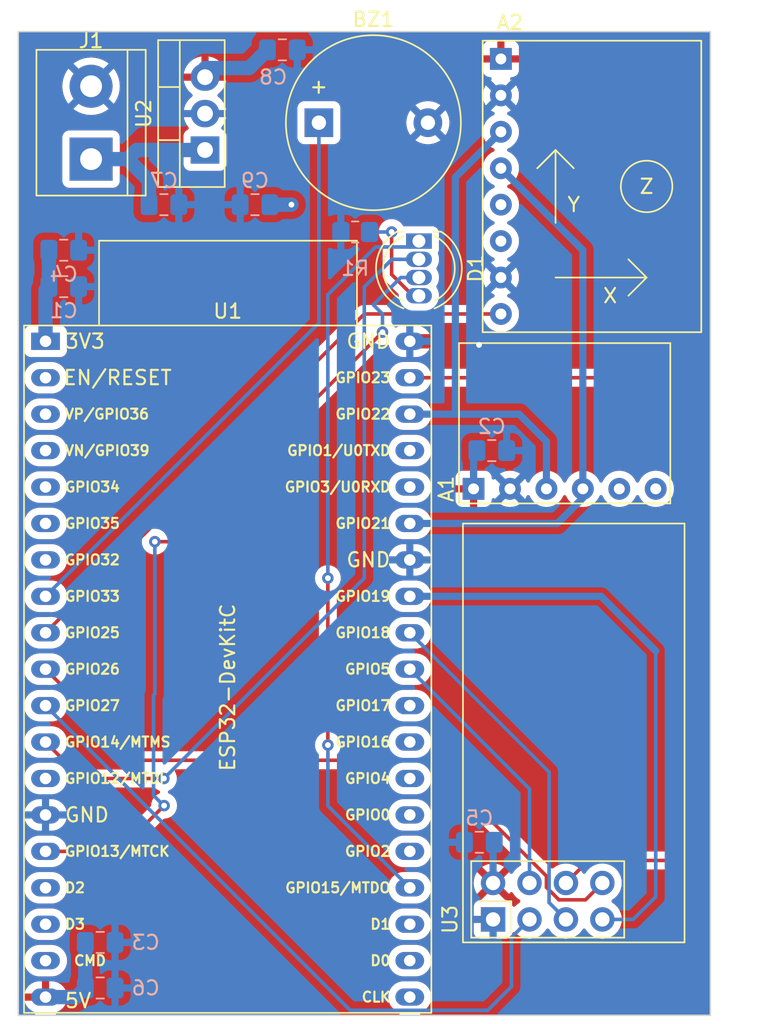
<source format=kicad_pcb>
(kicad_pcb (version 20221018) (generator pcbnew)
  (layers (0 "F.Cu" signal) (31 "B.Cu" signal) (34 "B.Paste" user) (35 "F.Paste" user) (36 "B.SilkS" user "B.Silkscreen") (37 "F.SilkS" user "F.Silkscreen") (38 "B.Mask" user) (39 "F.Mask" user) (44 "Edge.Cuts" user))
  (net 0 "")
  (net 1 "buzzer")
  (net 2 "GND")
  (net 3 "+3V3")
  (net 4 "+5V")
  (net 5 "+BATT")
  (net 6 "blueled")
  (net 7 "greenled")
  (net 8 "redled")
  (net 9 "Net-(D1-K)")
  (net 28 "SDA")
  (net 31 "SCL")
  (net 36 "INTMPU")
  (net 37 "INTNRF")
  (net 38 "CE")
  (net 39 "CS")
  (net 40 "SCK")
  (net 41 "MISO")
  (net 42 "MOSI")
  (footprint "Charleslabs_Parts:MPU6050_Module" (layer "F.Cu") (at 60.325 21.59)
    (fp_text reference "A2" (at 0.635 -2.54) (layer "F.SilkS"))
    (fp_text value "MPU6050_Module")
    (fp_text user "Z" (at 10.16 8.89) (layer "F.SilkS"))
    (fp_text user "Y" (at 5.08 10.16) (layer "F.SilkS"))
    (fp_text user "X" (at 7.62 16.51) (layer "F.SilkS"))
    (fp_line (start -1.27 -1.27) (end 13.97 -1.27) (stroke (width 0.12)) (layer "F.SilkS"))
    (fp_line (start -1.27 19.05) (end -1.27 -1.27) (stroke (width 0.12)) (layer "F.SilkS"))
    (fp_line (start 2.54 7.62) (end 3.81 6.35) (stroke (width 0.12)) (layer "F.SilkS"))
    (fp_line (start 3.81 6.35) (end 2.54 7.62) (stroke (width 0.12)) (layer "F.SilkS"))
    (fp_line (start 3.81 6.35) (end 5.08 7.62) (stroke (width 0.12)) (layer "F.SilkS"))
    (fp_line (start 3.81 11.43) (end 3.81 6.35) (stroke (width 0.12)) (layer "F.SilkS"))
    (fp_line (start 3.81 15.24) (end 10.16 15.24) (stroke (width 0.12)) (layer "F.SilkS"))
    (fp_line (start 10.16 15.24) (end 8.89 13.97) (stroke (width 0.12)) (layer "F.SilkS"))
    (fp_line (start 10.16 15.24) (end 8.89 16.51) (stroke (width 0.12)) (layer "F.SilkS"))
    (fp_line (start 13.97 -1.27) (end 13.97 19.05) (stroke (width 0.12)) (layer "F.SilkS"))
    (fp_line (start 13.97 19.05) (end -1.27 19.05) (stroke (width 0.12)) (layer "F.SilkS"))
    (fp_circle (center 10.16 8.89) (end 8.89 7.62) (stroke (width 0.12)) (fill none) (layer "F.SilkS"))
    (pad "1" thru_hole rect (at 0 0) (size 1.524 1.524) (drill 0.762) (layers "*.Cu" "*.Mask") (net 4 "+5V"))
    (pad "2" thru_hole circle (at 0 2.54) (size 1.524 1.524) (drill 0.762) (layers "*.Cu" "*.Mask") (net 2 "GND"))
    (pad "3" thru_hole circle (at 0 5.08) (size 1.524 1.524) (drill 0.762) (layers "*.Cu" "*.Mask") (net 31 "SCL"))
    (pad "4" thru_hole circle (at 0 7.62) (size 1.524 1.524) (drill 0.762) (layers "*.Cu" "*.Mask") (net 28 "SDA"))
    (pad "5" thru_hole circle (at 0 10.16) (size 1.524 1.524) (drill 0.762) (layers "*.Cu" "*.Mask"))
    (pad "6" thru_hole circle (at 0 12.7) (size 1.524 1.524) (drill 0.762) (layers "*.Cu" "*.Mask"))
    (pad "7" thru_hole circle (at 0 15.24) (size 1.524 1.524) (drill 0.762) (layers "*.Cu" "*.Mask") (net 2 "GND"))
    (pad "8" thru_hole circle (at 0 17.78) (size 1.524 1.524) (drill 0.762) (layers "*.Cu" "*.Mask") (net 36 "INTMPU"))
  )
  (footprint "Buzzer_Beeper:Buzzer_12x9.5RM7.6" (layer "F.Cu") (at 47.635 26.035)
    (fp_text reference "BZ1" (at 3.8 -7.2) (layer "F.SilkS"))
    (fp_text value "Buzzer")
    (fp_text user "+" (at -0.01 -2.54) (layer "F.SilkS"))
    (fp_circle (center 3.8 0) (end 9.9 0) (stroke (width 0.12)) (fill none) (layer "F.SilkS"))
    (pad "1" thru_hole rect (at 0 0) (size 2 2) (drill 1) (layers "*.Cu" "*.Mask") (net 1 "buzzer"))
    (pad "2" thru_hole circle (at 7.6 0) (size 2 2) (drill 1) (layers "*.Cu" "*.Mask") (net 2 "GND"))
  )
  (footprint "RF_Module:nRF24L01_Breakout" (layer "F.Cu") (at 59.78 81.58 90)
    (fp_text reference "U3" (at 0 -3 90) (layer "F.SilkS"))
    (fp_text value "NRF24L01_Breakout")
    (fp_line (start -1.6 -2.1) (end -1.6 -2.1) (stroke (width 0.12)) (layer "F.SilkS"))
    (fp_line (start -1.6 -2.1) (end 27.6 -2.1) (stroke (width 0.12)) (layer "F.SilkS"))
    (fp_line (start -1.6 13.35) (end -1.6 -2.1) (stroke (width 0.12)) (layer "F.SilkS"))
    (fp_line (start -1.27 -1.524) (end -1.27 -1.524) (stroke (width 0.12)) (layer "F.SilkS"))
    (fp_line (start -1.27 -1.524) (end 4.064 -1.524) (stroke (width 0.12)) (layer "F.SilkS"))
    (fp_line (start -1.27 9.144) (end -1.27 -1.524) (stroke (width 0.12)) (layer "F.SilkS"))
    (fp_line (start -1.27 9.144) (end -1.27 9.144) (stroke (width 0.12)) (layer "F.SilkS"))
    (fp_line (start -1.016 1.27) (end -1.016 1.27) (stroke (width 0.12)) (layer "F.SilkS"))
    (fp_line (start 1.27 -1.016) (end 1.27 1.27) (stroke (width 0.12)) (layer "F.SilkS"))
    (fp_line (start 1.27 1.27) (end -1.016 1.27) (stroke (width 0.12)) (layer "F.SilkS"))
    (fp_line (start 4.064 -1.524) (end 4.064 9.144) (stroke (width 0.12)) (layer "F.SilkS"))
    (fp_line (start 4.064 9.144) (end -1.27 9.144) (stroke (width 0.12)) (layer "F.SilkS"))
    (fp_line (start 27.6 -2.1) (end 27.6 13.35) (stroke (width 0.12)) (layer "F.SilkS"))
    (fp_line (start 27.6 13.35) (end -1.6 13.35) (stroke (width 0.12)) (layer "F.SilkS"))
    (pad "1" thru_hole rect (at 0 0 90) (size 1.7 1.7) (drill 1) (layers "*.Cu" "*.Mask") (net 2 "GND"))
    (pad "2" thru_hole circle (at 2.54 0 90) (size 1.7 1.7) (drill 1) (layers "*.Cu" "*.Mask") (net 4 "+5V"))
    (pad "3" thru_hole circle (at 0 2.54 90) (size 1.7 1.7) (drill 1) (layers "*.Cu" "*.Mask") (net 38 "CE"))
    (pad "4" thru_hole circle (at 2.54 2.54 90) (size 1.7 1.7) (drill 1) (layers "*.Cu" "*.Mask") (net 39 "CS"))
    (pad "5" thru_hole circle (at 0 5.08 90) (size 1.7 1.7) (drill 1) (layers "*.Cu" "*.Mask") (net 40 "SCK"))
    (pad "6" thru_hole circle (at 2.54 5.08 90) (size 1.7 1.7) (drill 1) (layers "*.Cu" "*.Mask") (net 42 "MOSI"))
    (pad "7" thru_hole circle (at 0 7.62 90) (size 1.7 1.7) (drill 1) (layers "*.Cu" "*.Mask") (net 41 "MISO"))
    (pad "8" thru_hole circle (at 2.54 7.62 90) (size 1.7 1.7) (drill 1) (layers "*.Cu" "*.Mask") (net 37 "INTNRF"))
  )
  (footprint "LED_THT:LED_D5.0mm-4_RGB" (layer "F.Cu") (at 54.61 34.29 -90)
    (fp_text reference "D1" (at 1.905 -3.96 90) (layer "F.SilkS"))
    (fp_text value "LED_BGRK")
    (fp_line (start -0.655 -1.545) (end -0.655 -1.08) (stroke (width 0.12)) (layer "F.SilkS"))
    (fp_line (start -0.655 1.08) (end -0.655 1.545) (stroke (width 0.12)) (layer "F.SilkS"))
    (fp_arc (start -0.655 -1.54483) (mid 2.163456 -2.978809) (end 4.692815 -1.080827) (stroke (width 0.12)) (layer "F.SilkS"))
    (fp_arc (start -0.349684 -1.08) (mid 1.904762 -2.5) (end 4.159479 -1.080429) (stroke (width 0.12)) (layer "F.SilkS"))
    (fp_arc (start 4.159479 1.080429) (mid 1.904762 2.5) (end -0.349684 1.08) (stroke (width 0.12)) (layer "F.SilkS"))
    (fp_arc (start 4.692815 1.080827) (mid 2.163456 2.978808) (end -0.655 1.54483) (stroke (width 0.12)) (layer "F.SilkS"))
    (pad "1" thru_hole rect (at 0 0 270) (size 1.07 1.8) (drill 0.9) (layers "*.Cu" "*.Mask") (net 6 "blueled"))
    (pad "2" thru_hole oval (at 1.27 0 270) (size 1.07 1.8) (drill 0.9) (layers "*.Cu" "*.Mask") (net 7 "greenled"))
    (pad "3" thru_hole oval (at 2.54 0 270) (size 1.07 1.8) (drill 0.9) (layers "*.Cu" "*.Mask") (net 8 "redled"))
    (pad "4" thru_hole oval (at 3.81 0 270) (size 1.07 1.8) (drill 0.9) (layers "*.Cu" "*.Mask") (net 9 "Net-(D1-K)"))
  )
  (footprint "TerminalBlock:TerminalBlock_bornier-2_P5.08mm" (layer "F.Cu") (at 31.75 28.575 90)
    (fp_text reference "J1" (at 8.255 0 180) (layer "F.SilkS"))
    (fp_text value "Screw_Terminal_01x02")
    (fp_line (start -2.54 -3.81) (end -2.54 3.81) (stroke (width 0.12)) (layer "F.SilkS"))
    (fp_line (start -2.54 3.81) (end 7.62 3.81) (stroke (width 0.12)) (layer "F.SilkS"))
    (fp_line (start 7.62 -3.81) (end -2.54 -3.81) (stroke (width 0.12)) (layer "F.SilkS"))
    (fp_line (start 7.62 2.54) (end -2.54 2.54) (stroke (width 0.12)) (layer "F.SilkS"))
    (fp_line (start 7.62 3.81) (end 7.62 -3.81) (stroke (width 0.12)) (layer "F.SilkS"))
    (pad "1" thru_hole rect (at 0 0 90) (size 3 3) (drill 1.52) (layers "*.Cu" "*.Mask") (net 5 "+BATT"))
    (pad "2" thru_hole circle (at 5.08 0 90) (size 3 3) (drill 1.52) (layers "*.Cu" "*.Mask") (net 2 "GND"))
  )
  (footprint "Charleslabs_Parts:BMP280_Module" (layer "F.Cu") (at 58.42 51.562 90)
    (fp_text reference "A1" (at 0 -1.905 90) (layer "F.SilkS"))
    (fp_text value "BMP280_Module")
    (fp_line (start -1.016 -1.016) (end 10.16 -1.016) (stroke (width 0.12)) (layer "F.SilkS"))
    (fp_line (start -1.016 13.716) (end -1.016 -1.016) (stroke (width 0.12)) (layer "F.SilkS"))
    (fp_line (start 10.16 -1.016) (end 10.16 13.716) (stroke (width 0.12)) (layer "F.SilkS"))
    (fp_line (start 10.16 13.716) (end -1.016 13.716) (stroke (width 0.12)) (layer "F.SilkS"))
    (pad "1" thru_hole rect (at 0 0 90) (size 1.524 1.524) (drill 0.762) (layers "*.Cu" "*.Mask") (net 4 "+5V"))
    (pad "2" thru_hole circle (at 0 2.54 90) (size 1.524 1.524) (drill 0.762) (layers "*.Cu" "*.Mask") (net 2 "GND"))
    (pad "3" thru_hole circle (at 0 5.08 90) (size 1.524 1.524) (drill 0.762) (layers "*.Cu" "*.Mask") (net 31 "SCL"))
    (pad "4" thru_hole circle (at 0 7.62 90) (size 1.524 1.524) (drill 0.762) (layers "*.Cu" "*.Mask") (net 28 "SDA"))
    (pad "5" thru_hole circle (at 0 10.16 90) (size 1.524 1.524) (drill 0.762) (layers "*.Cu" "*.Mask"))
    (pad "6" thru_hole circle (at 0 12.7 90) (size 1.524 1.524) (drill 0.762) (layers "*.Cu" "*.Mask"))
  )
  (footprint "Espressif:ESP32-DevKitC" (layer "F.Cu") (at 28.575 41.275)
    (fp_text reference "U1" (at 12.7 -2.1) (layer "F.SilkS"))
    (fp_text value "ESP32-DevKitC" (at 12.7 24.13 90) (layer "F.SilkS"))
    (fp_text user "GPIO34" (at 1.27 10.16 unlocked) (layer "F.SilkS") (effects (font (size 0.7 0.7)) (justify left)))
    (fp_text user "D1" (at 24.13 40.64 unlocked) (layer "F.SilkS") (effects (font (size 0.7 0.7)) (justify right)))
    (fp_text user "GPIO33" (at 1.27 17.78 unlocked) (layer "F.SilkS") (effects (font (size 0.7 0.7)) (justify left)))
    (fp_text user "GND" (at 1.27 33.02 unlocked) (layer "F.SilkS") (effects (justify left)))
    (fp_text user "GPIO32" (at 1.27 15.24 unlocked) (layer "F.SilkS") (effects (font (size 0.7 0.7)) (justify left)))
    (fp_text user "CLK" (at 24.13 45.72 unlocked) (layer "F.SilkS") (effects (font (size 0.7 0.7)) (justify right)))
    (fp_text user "GPIO0" (at 24.13 33.02 unlocked) (layer "F.SilkS") (effects (font (size 0.7 0.7)) (justify right)))
    (fp_text user "GPIO5" (at 24.13 22.86 unlocked) (layer "F.SilkS") (effects (font (size 0.7 0.7)) (justify right)))
    (fp_text user "VN/GPIO39" (at 1.27 7.62 unlocked) (layer "F.SilkS") (effects (font (size 0.7 0.7)) (justify left)))
    (fp_text user "GPIO15/MTDO" (at 24.13 38.1 unlocked) (layer "F.SilkS") (effects (font (size 0.7 0.7)) (justify right)))
    (fp_text user "D3" (at 1.27 40.64 unlocked) (layer "F.SilkS") (effects (font (size 0.7 0.7)) (justify left)))
    (fp_text user "GPIO16" (at 24.13 27.94 unlocked) (layer "F.SilkS") (effects (font (size 0.7 0.7)) (justify right)))
    (fp_text user "GPIO27" (at 1.27 25.4 unlocked) (layer "F.SilkS") (effects (font (size 0.7 0.7)) (justify left)))
    (fp_text user "GPIO18" (at 24.13 20.32 unlocked) (layer "F.SilkS") (effects (font (size 0.7 0.7)) (justify right)))
    (fp_text user "D2" (at 1.27 38.1 unlocked) (layer "F.SilkS") (effects (font (size 0.7 0.7)) (justify left)))
    (fp_text user "GND" (at 24.13 15.24 unlocked) (layer "F.SilkS") (effects (justify right)))
    (fp_text user "GPIO25" (at 1.27 20.32 unlocked) (layer "F.SilkS") (effects (font (size 0.7 0.7)) (justify left)))
    (fp_text user "GND" (at 24.13 0 unlocked) (layer "F.SilkS") (effects (justify right)))
    (fp_text user "GPIO2" (at 24.13 35.56 unlocked) (layer "F.SilkS") (effects (font (size 0.7 0.7)) (justify right)))
    (fp_text user "EN/RESET" (at 8.88632 2.53728 unlocked) (layer "F.SilkS") (effects (justify right)))
    (fp_text user "GPIO22" (at 24.13 5.08 unlocked) (layer "F.SilkS") (effects (font (size 0.7 0.7)) (justify right)))
    (fp_text user "GPIO19" (at 24.13 17.78 unlocked) (layer "F.SilkS") (effects (font (size 0.7 0.7)) (justify right)))
    (fp_text user "GPIO12/MTDI" (at 1.27 30.48 unlocked) (layer "F.SilkS") (effects (font (size 0.7 0.7)) (justify left)))
    (fp_text user "5V" (at 1.26632 45.97128 unlocked) (layer "F.SilkS") (effects (justify left)))
    (fp_text user "GPIO17" (at 24.13 25.4 unlocked) (layer "F.SilkS") (effects (font (size 0.7 0.7)) (justify right)))
    (fp_text user "GPIO23" (at 24.13 2.54 unlocked) (layer "F.SilkS") (effects (font (size 0.7 0.7)) (justify right)))
    (fp_text user "GPIO4" (at 24.13 30.48 unlocked) (layer "F.SilkS") (effects (font (size 0.7 0.7)) (justify right)))
    (fp_text user "3V3" (at 1.27 0 unlocked) (layer "F.SilkS") (effects (justify left)))
    (fp_text user "GPIO35" (at 1.27 12.7 unlocked) (layer "F.SilkS") (effects (font (size 0.7 0.7)) (justify left)))
    (fp_text user "D0" (at 24.13 43.18 unlocked) (layer "F.SilkS") (effects (font (size 0.7 0.7)) (justify right)))
    (fp_text user "GPIO14/MTMS" (at 1.27 27.94 unlocked) (layer "F.SilkS") (effects (font (size 0.7 0.7)) (justify left)))
    (fp_text user "GPIO21" (at 24.13 12.7 unlocked) (layer "F.SilkS") (effects (font (size 0.7 0.7)) (justify right)))
    (fp_text user "GPIO26" (at 1.27 22.86 unlocked) (layer "F.SilkS") (effects (font (size 0.7 0.7)) (justify left)))
    (fp_text user "GPIO3/U0RXD" (at 24.13 10.16 unlocked) (layer "F.SilkS") (effects (font (size 0.7 0.7)) (justify right)))
    (fp_text user "VP/GPIO36" (at 1.27 5.08 unlocked) (layer "F.SilkS") (effects (font (size 0.7 0.7)) (justify left)))
    (fp_text user "GPIO1/U0TXD" (at 24.13 7.62 unlocked) (layer "F.SilkS") (effects (font (size 0.7 0.7)) (justify right)))
    (fp_text user "GPIO13/MTCK" (at 1.27 35.56 unlocked) (layer "F.SilkS") (effects (font (size 0.7 0.7)) (justify left)))
    (fp_text user "CMD" (at 1.905 43.18 unlocked) (layer "F.SilkS") (effects (font (size 0.7 0.7)) (justify left)))
    (fp_line (start -1.5 46.82) (end 26.899999 46.82) (stroke (width 0.12)) (layer "F.SilkS"))
    (fp_line (start -1.499999 -1.1) (end -1.5 46.82) (stroke (width 0.12)) (layer "F.SilkS"))
    (fp_line (start 3.73012 -7.01312) (end 21.71332 -7.01312) (stroke (width 0.12)) (layer "F.SilkS"))
    (fp_line (start 3.73012 -1.12032) (end 3.73012 -7.01312) (stroke (width 0.12)) (layer "F.SilkS"))
    (fp_line (start 21.71332 -7.01312) (end 21.71332 -1.12032) (stroke (width 0.12)) (layer "F.SilkS"))
    (fp_line (start 26.899999 46.82) (end 26.9 -1.1) (stroke (width 0.12)) (layer "F.SilkS"))
    (fp_line (start 26.9 -1.1) (end -1.499999 -1.1) (stroke (width 0.12)) (layer "F.SilkS"))
    (pad "1" thru_hole rect (at 0 0 270) (size 1.2 2) (drill 0.8) (layers "*.Cu" "*.Mask") (net 3 "+3V3"))
    (pad "2" thru_hole oval (at 0 2.54 270) (size 1.2 2) (drill 0.8) (layers "*.Cu" "*.Mask"))
    (pad "3" thru_hole oval (at 0 5.08 270) (size 1.2 2) (drill 0.8) (layers "*.Cu" "*.Mask"))
    (pad "4" thru_hole oval (at 0 7.62 270) (size 1.2 2) (drill 0.8) (layers "*.Cu" "*.Mask"))
    (pad "5" thru_hole oval (at 0 10.16 270) (size 1.2 2) (drill 0.8) (layers "*.Cu" "*.Mask"))
    (pad "6" thru_hole oval (at 0 12.7 270) (size 1.2 2) (drill 0.8) (layers "*.Cu" "*.Mask"))
    (pad "7" thru_hole oval (at 0 15.24 270) (size 1.2 2) (drill 0.8) (layers "*.Cu" "*.Mask"))
    (pad "8" thru_hole oval (at 0 17.78 270) (size 1.2 2) (drill 0.8) (layers "*.Cu" "*.Mask") (net 1 "buzzer"))
    (pad "9" thru_hole oval (at 0 20.32 270) (size 1.2 2) (drill 0.8) (layers "*.Cu" "*.Mask") (net 36 "INTMPU"))
    (pad "10" thru_hole oval (at 0 22.86 270) (size 1.2 2) (drill 0.8) (layers "*.Cu" "*.Mask") (net 37 "INTNRF"))
    (pad "11" thru_hole oval (at 0 25.4 270) (size 1.2 2) (drill 0.8) (layers "*.Cu" "*.Mask") (net 38 "CE"))
    (pad "12" thru_hole oval (at 0 27.94 270) (size 1.2 2) (drill 0.8) (layers "*.Cu" "*.Mask") (net 7 "greenled"))
    (pad "13" thru_hole oval (at 0 30.48 270) (size 1.2 2) (drill 0.8) (layers "*.Cu" "*.Mask"))
    (pad "14" thru_hole oval (at 0 33.02 270) (size 1.2 2) (drill 0.8) (layers "*.Cu" "*.Mask") (net 2 "GND"))
    (pad "15" thru_hole oval (at 0 35.56 270) (size 1.2 2) (drill 0.8) (layers "*.Cu" "*.Mask") (net 8 "redled"))
    (pad "16" thru_hole oval (at 0 38.1 270) (size 1.2 2) (drill 0.8) (layers "*.Cu" "*.Mask"))
    (pad "17" thru_hole oval (at 0 40.64 270) (size 1.2 2) (drill 0.8) (layers "*.Cu" "*.Mask"))
    (pad "18" thru_hole oval (at 0 43.18 270) (size 1.2 2) (drill 0.8) (layers "*.Cu" "*.Mask"))
    (pad "19" thru_hole oval (at 0 45.72 270) (size 1.2 2) (drill 0.8) (layers "*.Cu" "*.Mask") (net 4 "+5V"))
    (pad "20" thru_hole oval (at 25.39632 45.71728 270) (size 1.2 2) (drill 0.8) (layers "*.Cu" "*.Mask"))
    (pad "21" thru_hole oval (at 25.39632 43.17728 270) (size 1.2 2) (drill 0.8) (layers "*.Cu" "*.Mask"))
    (pad "22" thru_hole oval (at 25.4 40.64 270) (size 1.2 2) (drill 0.8) (layers "*.Cu" "*.Mask"))
    (pad "23" thru_hole oval (at 25.4 38.1 270) (size 1.2 2) (drill 0.8) (layers "*.Cu" "*.Mask") (net 6 "blueled"))
    (pad "24" thru_hole oval (at 25.4 35.56 270) (size 1.2 2) (drill 0.8) (layers "*.Cu" "*.Mask"))
    (pad "25" thru_hole oval (at 25.4 33.02 270) (size 1.2 2) (drill 0.8) (layers "*.Cu" "*.Mask"))
    (pad "26" thru_hole oval (at 25.4 30.48 270) (size 1.2 2) (drill 0.8) (layers "*.Cu" "*.Mask"))
    (pad "27" thru_hole oval (at 25.4 27.94 270) (size 1.2 2) (drill 0.8) (layers "*.Cu" "*.Mask"))
    (pad "28" thru_hole oval (at 25.4 25.4 270) (size 1.2 2) (drill 0.8) (layers "*.Cu" "*.Mask"))
    (pad "29" thru_hole oval (at 25.4 22.86 270) (size 1.2 2) (drill 0.8) (layers "*.Cu" "*.Mask") (net 39 "CS"))
    (pad "30" thru_hole oval (at 25.4 20.32 270) (size 1.2 2) (drill 0.8) (layers "*.Cu" "*.Mask") (net 40 "SCK"))
    (pad "31" thru_hole oval (at 25.4 17.78 270) (size 1.2 2) (drill 0.8) (layers "*.Cu" "*.Mask") (net 41 "MISO"))
    (pad "32" thru_hole oval (at 25.4 15.24 270) (size 1.2 2) (drill 0.8) (layers "*.Cu" "*.Mask") (net 2 "GND"))
    (pad "33" thru_hole oval (at 25.4 12.7 270) (size 1.2 2) (drill 0.8) (layers "*.Cu" "*.Mask") (net 28 "SDA"))
    (pad "34" thru_hole oval (at 25.4 10.16 270) (size 1.2 2) (drill 0.8) (layers "*.Cu" "*.Mask"))
    (pad "35" thru_hole oval (at 25.4 7.62 270) (size 1.2 2) (drill 0.8) (layers "*.Cu" "*.Mask"))
    (pad "36" thru_hole oval (at 25.4 5.08 270) (size 1.2 2) (drill 0.8) (layers "*.Cu" "*.Mask") (net 31 "SCL"))
    (pad "37" thru_hole oval (at 25.4 2.54 270) (size 1.2 2) (drill 0.8) (layers "*.Cu" "*.Mask") (net 42 "MOSI"))
    (pad "38" thru_hole oval (at 25.4 0 270) (size 1.2 2) (drill 0.8) (layers "*.Cu" "*.Mask") (net 2 "GND"))
  )
  (footprint "Package_TO_SOT_THT:TO-220-3_Vertical" (layer "F.Cu") (at 39.695 27.94 90)
    (fp_text reference "U2" (at 2.54 -4.27 -270) (layer "F.SilkS"))
    (fp_text value "LM7805_TO220")
    (fp_line (start -2.58 -3.27) (end -2.58 1.371) (stroke (width 0.12)) (layer "F.SilkS"))
    (fp_line (start -2.58 -3.27) (end 7.66 -3.27) (stroke (width 0.12)) (layer "F.SilkS"))
    (fp_line (start -2.58 -1.76) (end 7.66 -1.76) (stroke (width 0.12)) (layer "F.SilkS"))
    (fp_line (start -2.58 1.371) (end 7.66 1.371) (stroke (width 0.12)) (layer "F.SilkS"))
    (fp_line (start 0.69 -3.27) (end 0.69 -1.76) (stroke (width 0.12)) (layer "F.SilkS"))
    (fp_line (start 4.391 -3.27) (end 4.391 -1.76) (stroke (width 0.12)) (layer "F.SilkS"))
    (fp_line (start 7.66 -3.27) (end 7.66 1.371) (stroke (width 0.12)) (layer "F.SilkS"))
    (pad "1" thru_hole rect (at 0 0 90) (size 1.905 2) (drill 1.1) (layers "*.Cu" "*.Mask") (net 5 "+BATT"))
    (pad "2" thru_hole oval (at 2.54 0 90) (size 1.905 2) (drill 1.1) (layers "*.Cu" "*.Mask") (net 2 "GND"))
    (pad "3" thru_hole oval (at 5.08 0 90) (size 1.905 2) (drill 1.1) (layers "*.Cu" "*.Mask") (net 4 "+5V"))
  )
  (footprint "Capacitor_SMD:C_0805_2012Metric_Pad1.18x1.45mm_HandSolder" (layer "B.Cu") (at 58.8225 76.2 180)
    (fp_text reference "C5" (at 0 1.68) (layer "B.SilkS") (effects (justify mirror)))
    (fp_text value "1uf")
    (fp_line (start -0.261252 -0.735) (end 0.261252 -0.735) (stroke (width 0.12)) (layer "B.SilkS"))
    (fp_line (start -0.261252 0.735) (end 0.261252 0.735) (stroke (width 0.12)) (layer "B.SilkS"))
    (pad "1" smd roundrect (at -1.0375 0 180) (size 1.175 1.45) (layers "B.Cu" "B.Paste" "B.Mask") (roundrect_rratio 0.212766) (net 4 "+5V"))
    (pad "2" smd roundrect (at 1.0375 0 180) (size 1.175 1.45) (layers "B.Cu" "B.Paste" "B.Mask") (roundrect_rratio 0.212766) (net 2 "GND"))
  )
  (footprint "Capacitor_SMD:C_0805_2012Metric_Pad1.18x1.45mm_HandSolder" (layer "B.Cu") (at 29.845 37.465)
    (fp_text reference "C1" (at 0 1.68) (layer "B.SilkS") (effects (justify mirror)))
    (fp_text value "1uf")
    (fp_line (start -0.261252 -0.735) (end 0.261252 -0.735) (stroke (width 0.12)) (layer "B.SilkS"))
    (fp_line (start -0.261252 0.735) (end 0.261252 0.735) (stroke (width 0.12)) (layer "B.SilkS"))
    (pad "1" smd roundrect (at -1.0375 0) (size 1.175 1.45) (layers "B.Cu" "B.Paste" "B.Mask") (roundrect_rratio 0.212766) (net 3 "+3V3"))
    (pad "2" smd roundrect (at 1.0375 0) (size 1.175 1.45) (layers "B.Cu" "B.Paste" "B.Mask") (roundrect_rratio 0.212766) (net 2 "GND"))
  )
  (footprint "Capacitor_SMD:C_0805_2012Metric_Pad1.18x1.45mm_HandSolder" (layer "B.Cu") (at 29.845 34.925)
    (fp_text reference "C4" (at 0 1.68) (layer "B.SilkS") (effects (justify mirror)))
    (fp_text value "1uf")
    (fp_line (start -0.261252 -0.735) (end 0.261252 -0.735) (stroke (width 0.12)) (layer "B.SilkS"))
    (fp_line (start -0.261252 0.735) (end 0.261252 0.735) (stroke (width 0.12)) (layer "B.SilkS"))
    (pad "1" smd roundrect (at -1.0375 0) (size 1.175 1.45) (layers "B.Cu" "B.Paste" "B.Mask") (roundrect_rratio 0.212766) (net 3 "+3V3"))
    (pad "2" smd roundrect (at 1.0375 0) (size 1.175 1.45) (layers "B.Cu" "B.Paste" "B.Mask") (roundrect_rratio 0.212766) (net 2 "GND"))
  )
  (footprint "Capacitor_SMD:C_0805_2012Metric_Pad1.18x1.45mm_HandSolder" (layer "B.Cu") (at 32.385 86.36)
    (fp_text reference "C6" (at 3.175 0) (layer "B.SilkS") (effects (justify mirror)))
    (fp_text value "1uf")
    (fp_line (start -0.261252 -0.735) (end 0.261252 -0.735) (stroke (width 0.12)) (layer "B.SilkS"))
    (fp_line (start -0.261252 0.735) (end 0.261252 0.735) (stroke (width 0.12)) (layer "B.SilkS"))
    (pad "1" smd roundrect (at -1.0375 0) (size 1.175 1.45) (layers "B.Cu" "B.Paste" "B.Mask") (roundrect_rratio 0.212766) (net 4 "+5V"))
    (pad "2" smd roundrect (at 1.0375 0) (size 1.175 1.45) (layers "B.Cu" "B.Paste" "B.Mask") (roundrect_rratio 0.212766) (net 2 "GND"))
  )
  (footprint "Capacitor_SMD:C_0805_2012Metric_Pad1.18x1.45mm_HandSolder" (layer "B.Cu") (at 59.69 48.895 180)
    (fp_text reference "C2" (at 0 1.68) (layer "B.SilkS") (effects (justify mirror)))
    (fp_text value "1uf")
    (fp_line (start -0.261252 -0.735) (end 0.261252 -0.735) (stroke (width 0.12)) (layer "B.SilkS"))
    (fp_line (start -0.261252 0.735) (end 0.261252 0.735) (stroke (width 0.12)) (layer "B.SilkS"))
    (pad "1" smd roundrect (at -1.0375 0 180) (size 1.175 1.45) (layers "B.Cu" "B.Paste" "B.Mask") (roundrect_rratio 0.212766) (net 2 "GND"))
    (pad "2" smd roundrect (at 1.0375 0 180) (size 1.175 1.45) (layers "B.Cu" "B.Paste" "B.Mask") (roundrect_rratio 0.212766) (net 4 "+5V"))
  )
  (footprint "Capacitor_SMD:C_0805_2012Metric_Pad1.18x1.45mm_HandSolder" (layer "B.Cu") (at 45.085 20.955 180)
    (fp_text reference "C8" (at 0.635 -1.905) (layer "B.SilkS") (effects (justify mirror)))
    (fp_text value "0.1uf")
    (fp_line (start -0.261252 -0.735) (end 0.261252 -0.735) (stroke (width 0.12)) (layer "B.SilkS"))
    (fp_line (start -0.261252 0.735) (end 0.261252 0.735) (stroke (width 0.12)) (layer "B.SilkS"))
    (pad "1" smd roundrect (at -1.0375 0 180) (size 1.175 1.45) (layers "B.Cu" "B.Paste" "B.Mask") (roundrect_rratio 0.212766) (net 2 "GND"))
    (pad "2" smd roundrect (at 1.0375 0 180) (size 1.175 1.45) (layers "B.Cu" "B.Paste" "B.Mask") (roundrect_rratio 0.212766) (net 4 "+5V"))
  )
  (footprint "Capacitor_SMD:C_0805_2012Metric_Pad1.18x1.45mm_HandSolder" (layer "B.Cu") (at 43.18 31.75 180)
    (fp_text reference "C9" (at 0 1.68) (layer "B.SilkS") (effects (justify mirror)))
    (fp_text value "1uf")
    (fp_line (start -0.261252 -0.735) (end 0.261252 -0.735) (stroke (width 0.12)) (layer "B.SilkS"))
    (fp_line (start -0.261252 0.735) (end 0.261252 0.735) (stroke (width 0.12)) (layer "B.SilkS"))
    (pad "1" smd roundrect (at -1.0375 0 180) (size 1.175 1.45) (layers "B.Cu" "B.Paste" "B.Mask") (roundrect_rratio 0.212766) (net 4 "+5V"))
    (pad "2" smd roundrect (at 1.0375 0 180) (size 1.175 1.45) (layers "B.Cu" "B.Paste" "B.Mask") (roundrect_rratio 0.212766) (net 2 "GND"))
  )
  (footprint "Resistor_SMD:R_0805_2012Metric_Pad1.20x1.40mm_HandSolder" (layer "B.Cu") (at 50.165 33.655)
    (fp_text reference "R1" (at 0 2.54) (layer "B.SilkS") (effects (justify mirror)))
    (fp_text value "R1k")
    (fp_line (start -0.227064 -0.735) (end 0.227064 -0.735) (stroke (width 0.12)) (layer "B.SilkS"))
    (fp_line (start -0.227064 0.735) (end 0.227064 0.735) (stroke (width 0.12)) (layer "B.SilkS"))
    (pad "1" smd roundrect (at -1 0) (size 1.2 1.4) (layers "B.Cu" "B.Paste" "B.Mask") (roundrect_rratio 0.208333) (net 2 "GND"))
    (pad "2" smd roundrect (at 1 0) (size 1.2 1.4) (layers "B.Cu" "B.Paste" "B.Mask") (roundrect_rratio 0.208333) (net 9 "Net-(D1-K)"))
  )
  (footprint "Capacitor_SMD:C_0805_2012Metric_Pad1.18x1.45mm_HandSolder" (layer "B.Cu") (at 32.385 83.185 180)
    (fp_text reference "C3" (at -3.175 0) (layer "B.SilkS") (effects (justify mirror)))
    (fp_text value "1uf")
    (fp_line (start -0.261252 -0.735) (end 0.261252 -0.735) (stroke (width 0.12)) (layer "B.SilkS"))
    (fp_line (start -0.261252 0.735) (end 0.261252 0.735) (stroke (width 0.12)) (layer "B.SilkS"))
    (pad "1" smd roundrect (at -1.0375 0 180) (size 1.175 1.45) (layers "B.Cu" "B.Paste" "B.Mask") (roundrect_rratio 0.212766) (net 2 "GND"))
    (pad "2" smd roundrect (at 1.0375 0 180) (size 1.175 1.45) (layers "B.Cu" "B.Paste" "B.Mask") (roundrect_rratio 0.212766) (net 4 "+5V"))
  )
  (footprint "Capacitor_SMD:C_0805_2012Metric_Pad1.18x1.45mm_HandSolder" (layer "B.Cu") (at 36.83 31.75 180)
    (fp_text reference "C7" (at 0 1.68) (layer "B.SilkS") (effects (justify mirror)))
    (fp_text value "0.33uf")
    (fp_line (start -0.261252 -0.735) (end 0.261252 -0.735) (stroke (width 0.12)) (layer "B.SilkS"))
    (fp_line (start -0.261252 0.735) (end 0.261252 0.735) (stroke (width 0.12)) (layer "B.SilkS"))
    (pad "1" smd roundrect (at -1.0375 0 180) (size 1.175 1.45) (layers "B.Cu" "B.Paste" "B.Mask") (roundrect_rratio 0.212766) (net 2 "GND"))
    (pad "2" smd roundrect (at 1.0375 0 180) (size 1.175 1.45) (layers "B.Cu" "B.Paste" "B.Mask") (roundrect_rratio 0.212766) (net 5 "+BATT"))
  )
  (gr_rect (start 26.67 19.685) (end 74.93 88.265) (stroke (width 0.1)) (fill none) (layer "Edge.Cuts"))
  (segment (start 47.635 26.035) (end 47.635 39.995) (width 0.25) (layer "B.Cu") (net 1))
  (segment (start 47.635 39.995) (end 28.575 59.055) (width 0.25) (layer "B.Cu") (net 1))
  (segment (start 53.975 41.275) (end 58.547 41.275) (width 1) (layer "F.Cu") (net 2))
  (via (at 58.799952 41.527952) (size 0.8) (drill 0.4) (layers "F.Cu" "B.Cu") (net 2))
  (segment (start 28.8075 37.465) (end 28.8075 35.1575) (width 1) (layer "B.Cu") (net 3))
  (segment (start 28.8075 37.465) (end 28.575 37.6975) (width 0.25) (layer "B.Cu") (net 3))
  (segment (start 28.8075 35.1575) (end 28.575 34.925) (width 0.25) (layer "B.Cu") (net 3))
  (segment (start 28.575 37.6975) (end 28.575 41.275) (width 1) (layer "B.Cu") (net 3))
  (via (at 45.72 31.75) (size 0.8) (drill 0.4) (layers "F.Cu" "B.Cu") (net 4))
  (segment (start 59.78 79.04) (end 59.78 76.28) (width 0.5) (layer "B.Cu") (net 4))
  (segment (start 44.2175 31.75) (end 45.72 31.75) (width 1) (layer "B.Cu") (net 4))
  (segment (start 30.7125 86.995) (end 28.575 86.995) (width 1) (layer "B.Cu") (net 4))
  (segment (start 44.0475 20.955) (end 42.7775 22.225) (width 1) (layer "B.Cu") (net 4))
  (segment (start 31.3475 86.36) (end 30.7125 86.995) (width 1) (layer "B.Cu") (net 4))
  (segment (start 58.42 49.1275) (end 58.6525 48.895) (width 0.5) (layer "B.Cu") (net 4))
  (segment (start 42.7775 22.225) (end 39.695 22.225) (width 1) (layer "B.Cu") (net 4))
  (segment (start 58.42 51.562) (end 58.42 49.1275) (width 0.5) (layer "B.Cu") (net 4))
  (segment (start 31.3475 86.36) (end 31.3475 83.185) (width 1) (layer "B.Cu") (net 4))
  (segment (start 59.78 76.28) (end 59.86 76.2) (width 0.5) (layer "B.Cu") (net 4))
  (segment (start 32.385 28.575) (end 34.29 28.575) (width 1) (layer "B.Cu") (net 5))
  (segment (start 35.7925 30.0775) (end 34.29 28.575) (width 1) (layer "B.Cu") (net 5))
  (segment (start 34.925 27.94) (end 39.695 27.94) (width 1) (layer "B.Cu") (net 5))
  (segment (start 35.7925 31.115) (end 35.7925 30.0775) (width 1) (layer "B.Cu") (net 5))
  (segment (start 34.29 28.575) (end 34.925 27.94) (width 1) (layer "B.Cu") (net 5))
  (segment (start 48.26 57.785) (end 48.26 69.419682) (width 0.25) (layer "F.Cu") (net 6))
  (segment (start 48.26 69.419682) (end 48.263598 69.42328) (width 0.25) (layer "F.Cu") (net 6))
  (via (at 48.26 57.785) (size 0.8) (drill 0.4) (layers "F.Cu" "B.Cu") (net 6))
  (via (at 48.263598 69.42328) (size 0.8) (drill 0.4) (layers "F.Cu" "B.Cu") (net 6))
  (segment (start 55.385 34.7) (end 51.586827 34.7) (width 0.25) (layer "B.Cu") (net 6))
  (segment (start 48.263598 69.42328) (end 48.263598 73.663598) (width 0.25) (layer "B.Cu") (net 6))
  (segment (start 54.61 34.29) (end 54.975 34.29) (width 0.25) (layer "B.Cu") (net 6))
  (segment (start 48.263598 73.663598) (end 53.975 79.375) (width 0.25) (layer "B.Cu") (net 6))
  (segment (start 51.586827 34.7) (end 48.26 38.026827) (width 0.25) (layer "B.Cu") (net 6))
  (segment (start 54.975 34.29) (end 55.385 34.7) (width 0.25) (layer "B.Cu") (net 6))
  (segment (start 48.26 38.026827) (end 48.26 57.785) (width 0.25) (layer "B.Cu") (net 6))
  (segment (start 36.83 71.755) (end 31.115 71.755) (width 0.25) (layer "F.Cu") (net 7))
  (segment (start 31.115 71.755) (end 28.575 69.215) (width 0.25) (layer "F.Cu") (net 7))
  (via (at 36.83 71.755) (size 0.8) (drill 0.4) (layers "F.Cu" "B.Cu") (net 7))
  (segment (start 50.8 37.486827) (end 50.8 57.785) (width 0.25) (layer "B.Cu") (net 7))
  (segment (start 50.8 57.785) (end 36.83 71.755) (width 0.25) (layer "B.Cu") (net 7))
  (segment (start 54.61 35.56) (end 52.726827 35.56) (width 0.25) (layer "B.Cu") (net 7))
  (segment (start 52.726827 35.56) (end 50.8 37.486827) (width 0.25) (layer "B.Cu") (net 7))
  (segment (start 33.655 76.835) (end 36.843318 73.646682) (width 0.25) (layer "F.Cu") (net 8))
  (segment (start 52.07 40.64) (end 37.465 55.245) (width 0.25) (layer "F.Cu") (net 8))
  (segment (start 33.655 76.835) (end 28.575 76.835) (width 0.25) (layer "F.Cu") (net 8))
  (segment (start 37.465 55.245) (end 36.195 55.245) (width 0.25) (layer "F.Cu") (net 8))
  (via (at 52.07 40.64) (size 0.8) (drill 0.4) (layers "F.Cu" "B.Cu") (net 8))
  (via (at 36.195 55.245) (size 0.8) (drill 0.4) (layers "F.Cu" "B.Cu") (net 8))
  (via (at 36.843318 73.646682) (size 0.8) (drill 0.4) (layers "F.Cu" "B.Cu") (net 8))
  (segment (start 53.34 36.83) (end 51.435 38.735) (width 0.25) (layer "B.Cu") (net 8))
  (segment (start 36.105 72.935) (end 36.83 73.66) (width 0.25) (layer "B.Cu") (net 8))
  (segment (start 36.195 65.86) (end 36.195 55.245) (width 0.25) (layer "B.Cu") (net 8))
  (segment (start 54.61 36.83) (end 53.34 36.83) (width 0.25) (layer "B.Cu") (net 8))
  (segment (start 36.105 65.95) (end 36.105 72.935) (width 0.25) (layer "B.Cu") (net 8))
  (segment (start 52.07 39.37) (end 52.07 40.64) (width 0.25) (layer "B.Cu") (net 8))
  (segment (start 51.435 38.735) (end 52.07 39.37) (width 0.25) (layer "B.Cu") (net 8))
  (segment (start 36.105 65.95) (end 36.195 65.86) (width 0.25) (layer "B.Cu") (net 8))
  (segment (start 52.705 36.615) (end 54.19 38.1) (width 0.25) (layer "F.Cu") (net 9))
  (segment (start 54.19 38.1) (end 54.61 38.1) (width 0.25) (layer "F.Cu") (net 9))
  (segment (start 52.705 33.655) (end 52.705 36.615) (width 0.25) (layer "F.Cu") (net 9))
  (via (at 52.705 33.655) (size 0.8) (drill 0.4) (layers "F.Cu" "B.Cu") (net 9))
  (segment (start 52.705 33.655) (end 51.165 33.655) (width 0.25) (layer "B.Cu") (net 9))
  (segment (start 66.04 51.562) (end 66.04 34.925) (width 0.5) (layer "B.Cu") (net 28))
  (segment (start 66.04 34.925) (end 60.325 29.21) (width 0.5) (layer "B.Cu") (net 28))
  (segment (start 64.262 53.975) (end 66.04 52.197) (width 0.5) (layer "B.Cu") (net 28))
  (segment (start 53.975 53.975) (end 64.262 53.975) (width 0.5) (layer "B.Cu") (net 28))
  (segment (start 66.04 52.197) (end 66.04 51.562) (width 0.5) (layer "B.Cu") (net 28))
  (segment (start 61.595 46.355) (end 57.15 46.355) (width 0.5) (layer "B.Cu") (net 31))
  (segment (start 57.15 29.845) (end 60.325 26.67) (width 0.5) (layer "B.Cu") (net 31))
  (segment (start 63.5 48.26) (end 61.595 46.355) (width 0.5) (layer "B.Cu") (net 31))
  (segment (start 57.15 46.355) (end 53.975 46.355) (width 0.5) (layer "B.Cu") (net 31))
  (segment (start 57.15 46.355) (end 57.15 29.845) (width 0.5) (layer "B.Cu") (net 31))
  (segment (start 63.5 51.562) (end 63.5 48.26) (width 0.5) (layer "B.Cu") (net 31))
  (segment (start 60.325 39.37) (end 50.8 39.37) (width 0.25) (layer "F.Cu") (net 36))
  (segment (start 50.8 39.37) (end 28.575 61.595) (width 0.25) (layer "F.Cu") (net 36))
  (segment (start 34.925 70.485) (end 28.575 64.135) (width 0.25) (layer "F.Cu") (net 37))
  (segment (start 67.4 79.04) (end 66.225 80.215) (width 0.25) (layer "F.Cu") (net 37))
  (segment (start 55.426701 70.485) (end 34.925 70.485) (width 0.25) (layer "F.Cu") (net 37))
  (segment (start 63.5 79.341701) (end 63.5 78.558299) (width 0.25) (layer "F.Cu") (net 37))
  (segment (start 66.225 80.215) (end 64.373299 80.215) (width 0.25) (layer "F.Cu") (net 37))
  (segment (start 63.5 78.558299) (end 55.426701 70.485) (width 0.25) (layer "F.Cu") (net 37))
  (segment (start 64.373299 80.215) (end 63.5 79.341701) (width 0.25) (layer "F.Cu") (net 37))
  (segment (start 62.32 81.58) (end 61.06 82.84) (width 0.25) (layer "B.Cu") (net 38))
  (segment (start 61.06 82.84) (end 61.06 86.26) (width 0.25) (layer "B.Cu") (net 38))
  (segment (start 59.40272 87.91728) (end 49.81728 87.91728) (width 0.25) (layer "B.Cu") (net 38))
  (segment (start 49.81728 87.91728) (end 28.575 66.675) (width 0.25) (layer "B.Cu") (net 38))
  (segment (start 61.06 86.26) (end 59.40272 87.91728) (width 0.25) (layer "B.Cu") (net 38))
  (segment (start 62.32 79.04) (end 62.32 72.48) (width 0.25) (layer "B.Cu") (net 39))
  (segment (start 62.32 72.48) (end 53.975 64.135) (width 0.25) (layer "B.Cu") (net 39))
  (segment (start 63.685 80.405) (end 63.685 71.305) (width 0.25) (layer "B.Cu") (net 40))
  (segment (start 64.86 81.58) (end 63.685 80.405) (width 0.25) (layer "B.Cu") (net 40))
  (segment (start 63.685 71.305) (end 53.975 61.595) (width 0.25) (layer "B.Cu") (net 40))
  (segment (start 71.12 80.01) (end 71.12 62.865) (width 0.25) (layer "B.Cu") (net 41))
  (segment (start 71.12 62.865) (end 67.31 59.055) (width 0.5) (layer "B.Cu") (net 41))
  (segment (start 69.55 81.58) (end 71.12 80.01) (width 0.25) (layer "B.Cu") (net 41))
  (segment (start 67.31 59.055) (end 53.975 59.055) (width 0.5) (layer "B.Cu") (net 41))
  (segment (start 67.4 81.58) (end 69.55 81.58) (width 0.25) (layer "B.Cu") (net 41))
  (segment (start 71.755 43.815) (end 73.025 45.085) (width 0.25) (layer "F.Cu") (net 42))
  (segment (start 66.43 77.47) (end 64.86 79.04) (width 0.25) (layer "F.Cu") (net 42))
  (segment (start 53.975 43.815) (end 71.755 43.815) (width 0.25) (layer "F.Cu") (net 42))
  (segment (start 73.025 77.47) (end 66.43 77.47) (width 0.25) (layer "F.Cu") (net 42))
  (segment (start 73.025 45.085) (end 73.025 77.47) (width 0.25) (layer "F.Cu") (net 42))
  (zone (net 4) (net_name "+5V") (layer "F.Cu") (priority 1) (connect_pads (clearance 0.5)) (min_thickness 0.25) (fill yes (thermal_gap 0.5) (thermal_bridge_width 0.5))
    (polygon (pts (xy 25.4 17.78) (xy 25.4 88.9) (xy 78.74 88.9) (xy 78.74 17.78) (xy 27.94 17.78)))
  )
  (zone (net 2) (net_name "GND") (layer "B.Cu") (connect_pads (clearance 0.5)) (min_thickness 0.25) (fill yes (thermal_gap 0.5) (thermal_bridge_width 0.5))
    (polygon (pts (xy 25.4 17.78) (xy 78.74 17.78) (xy 78.74 88.9) (xy 25.4 88.9)))
  )
)
</source>
